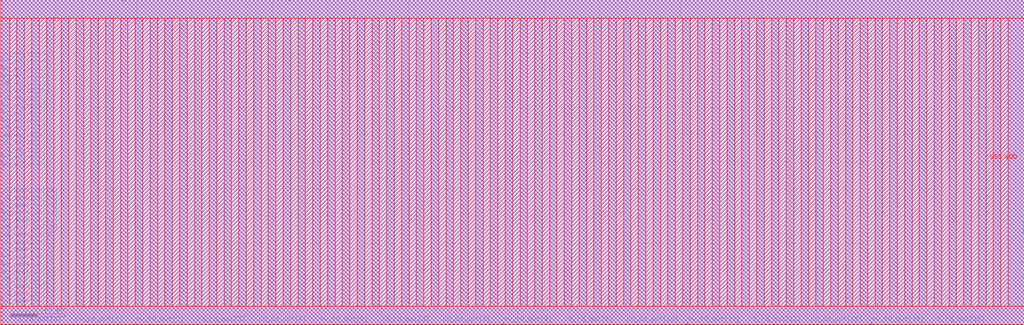
<source format=lef>
VERSION 5.7 ;
BUSBITCHARS "[]" ;
MACRO fakeram_16x52_1r1w
  FOREIGN fakeram_16x52_1r1w 0 0 ;
  SYMMETRY X Y R90 ;
  SIZE 376.280 BY 119.680 ;
  CLASS BLOCK ;
  PIN w0_mask_in[0]
    DIRECTION INPUT ;
    USE SIGNAL ;
    SHAPE ABUTMENT ;
    PORT
      LAYER met3 ;
      RECT 0.000 6.650 0.800 6.950 ;
    END
  END w0_mask_in[0]
  PIN w0_mask_in[1]
    DIRECTION INPUT ;
    USE SIGNAL ;
    SHAPE ABUTMENT ;
    PORT
      LAYER met3 ;
      RECT 0.000 9.370 0.800 9.670 ;
    END
  END w0_mask_in[1]
  PIN w0_mask_in[2]
    DIRECTION INPUT ;
    USE SIGNAL ;
    SHAPE ABUTMENT ;
    PORT
      LAYER met3 ;
      RECT 0.000 12.090 0.800 12.390 ;
    END
  END w0_mask_in[2]
  PIN w0_mask_in[3]
    DIRECTION INPUT ;
    USE SIGNAL ;
    SHAPE ABUTMENT ;
    PORT
      LAYER met3 ;
      RECT 0.000 14.810 0.800 15.110 ;
    END
  END w0_mask_in[3]
  PIN w0_mask_in[4]
    DIRECTION INPUT ;
    USE SIGNAL ;
    SHAPE ABUTMENT ;
    PORT
      LAYER met3 ;
      RECT 0.000 17.530 0.800 17.830 ;
    END
  END w0_mask_in[4]
  PIN w0_mask_in[5]
    DIRECTION INPUT ;
    USE SIGNAL ;
    SHAPE ABUTMENT ;
    PORT
      LAYER met3 ;
      RECT 0.000 20.250 0.800 20.550 ;
    END
  END w0_mask_in[5]
  PIN w0_mask_in[6]
    DIRECTION INPUT ;
    USE SIGNAL ;
    SHAPE ABUTMENT ;
    PORT
      LAYER met3 ;
      RECT 0.000 22.970 0.800 23.270 ;
    END
  END w0_mask_in[6]
  PIN w0_mask_in[7]
    DIRECTION INPUT ;
    USE SIGNAL ;
    SHAPE ABUTMENT ;
    PORT
      LAYER met3 ;
      RECT 0.000 25.690 0.800 25.990 ;
    END
  END w0_mask_in[7]
  PIN w0_mask_in[8]
    DIRECTION INPUT ;
    USE SIGNAL ;
    SHAPE ABUTMENT ;
    PORT
      LAYER met3 ;
      RECT 0.000 28.410 0.800 28.710 ;
    END
  END w0_mask_in[8]
  PIN w0_mask_in[9]
    DIRECTION INPUT ;
    USE SIGNAL ;
    SHAPE ABUTMENT ;
    PORT
      LAYER met3 ;
      RECT 0.000 31.130 0.800 31.430 ;
    END
  END w0_mask_in[9]
  PIN w0_mask_in[10]
    DIRECTION INPUT ;
    USE SIGNAL ;
    SHAPE ABUTMENT ;
    PORT
      LAYER met3 ;
      RECT 0.000 33.850 0.800 34.150 ;
    END
  END w0_mask_in[10]
  PIN w0_mask_in[11]
    DIRECTION INPUT ;
    USE SIGNAL ;
    SHAPE ABUTMENT ;
    PORT
      LAYER met3 ;
      RECT 0.000 36.570 0.800 36.870 ;
    END
  END w0_mask_in[11]
  PIN w0_mask_in[12]
    DIRECTION INPUT ;
    USE SIGNAL ;
    SHAPE ABUTMENT ;
    PORT
      LAYER met3 ;
      RECT 0.000 39.290 0.800 39.590 ;
    END
  END w0_mask_in[12]
  PIN w0_mask_in[13]
    DIRECTION INPUT ;
    USE SIGNAL ;
    SHAPE ABUTMENT ;
    PORT
      LAYER met3 ;
      RECT 0.000 42.010 0.800 42.310 ;
    END
  END w0_mask_in[13]
  PIN w0_mask_in[14]
    DIRECTION INPUT ;
    USE SIGNAL ;
    SHAPE ABUTMENT ;
    PORT
      LAYER met3 ;
      RECT 0.000 44.730 0.800 45.030 ;
    END
  END w0_mask_in[14]
  PIN w0_mask_in[15]
    DIRECTION INPUT ;
    USE SIGNAL ;
    SHAPE ABUTMENT ;
    PORT
      LAYER met3 ;
      RECT 0.000 47.450 0.800 47.750 ;
    END
  END w0_mask_in[15]
  PIN w0_wd_in[0]
    DIRECTION INPUT ;
    USE SIGNAL ;
    SHAPE ABUTMENT ;
    PORT
      LAYER met3 ;
      RECT 0.000 56.970 0.800 57.270 ;
    END
  END w0_wd_in[0]
  PIN w0_wd_in[1]
    DIRECTION INPUT ;
    USE SIGNAL ;
    SHAPE ABUTMENT ;
    PORT
      LAYER met3 ;
      RECT 0.000 59.690 0.800 59.990 ;
    END
  END w0_wd_in[1]
  PIN w0_wd_in[2]
    DIRECTION INPUT ;
    USE SIGNAL ;
    SHAPE ABUTMENT ;
    PORT
      LAYER met3 ;
      RECT 0.000 62.410 0.800 62.710 ;
    END
  END w0_wd_in[2]
  PIN w0_wd_in[3]
    DIRECTION INPUT ;
    USE SIGNAL ;
    SHAPE ABUTMENT ;
    PORT
      LAYER met3 ;
      RECT 0.000 65.130 0.800 65.430 ;
    END
  END w0_wd_in[3]
  PIN w0_wd_in[4]
    DIRECTION INPUT ;
    USE SIGNAL ;
    SHAPE ABUTMENT ;
    PORT
      LAYER met3 ;
      RECT 0.000 67.850 0.800 68.150 ;
    END
  END w0_wd_in[4]
  PIN w0_wd_in[5]
    DIRECTION INPUT ;
    USE SIGNAL ;
    SHAPE ABUTMENT ;
    PORT
      LAYER met3 ;
      RECT 0.000 70.570 0.800 70.870 ;
    END
  END w0_wd_in[5]
  PIN w0_wd_in[6]
    DIRECTION INPUT ;
    USE SIGNAL ;
    SHAPE ABUTMENT ;
    PORT
      LAYER met3 ;
      RECT 0.000 73.290 0.800 73.590 ;
    END
  END w0_wd_in[6]
  PIN w0_wd_in[7]
    DIRECTION INPUT ;
    USE SIGNAL ;
    SHAPE ABUTMENT ;
    PORT
      LAYER met3 ;
      RECT 0.000 76.010 0.800 76.310 ;
    END
  END w0_wd_in[7]
  PIN w0_wd_in[8]
    DIRECTION INPUT ;
    USE SIGNAL ;
    SHAPE ABUTMENT ;
    PORT
      LAYER met3 ;
      RECT 0.000 78.730 0.800 79.030 ;
    END
  END w0_wd_in[8]
  PIN w0_wd_in[9]
    DIRECTION INPUT ;
    USE SIGNAL ;
    SHAPE ABUTMENT ;
    PORT
      LAYER met3 ;
      RECT 0.000 81.450 0.800 81.750 ;
    END
  END w0_wd_in[9]
  PIN w0_wd_in[10]
    DIRECTION INPUT ;
    USE SIGNAL ;
    SHAPE ABUTMENT ;
    PORT
      LAYER met3 ;
      RECT 0.000 84.170 0.800 84.470 ;
    END
  END w0_wd_in[10]
  PIN w0_wd_in[11]
    DIRECTION INPUT ;
    USE SIGNAL ;
    SHAPE ABUTMENT ;
    PORT
      LAYER met3 ;
      RECT 0.000 86.890 0.800 87.190 ;
    END
  END w0_wd_in[11]
  PIN w0_wd_in[12]
    DIRECTION INPUT ;
    USE SIGNAL ;
    SHAPE ABUTMENT ;
    PORT
      LAYER met3 ;
      RECT 0.000 89.610 0.800 89.910 ;
    END
  END w0_wd_in[12]
  PIN w0_wd_in[13]
    DIRECTION INPUT ;
    USE SIGNAL ;
    SHAPE ABUTMENT ;
    PORT
      LAYER met3 ;
      RECT 0.000 92.330 0.800 92.630 ;
    END
  END w0_wd_in[13]
  PIN w0_wd_in[14]
    DIRECTION INPUT ;
    USE SIGNAL ;
    SHAPE ABUTMENT ;
    PORT
      LAYER met3 ;
      RECT 0.000 95.050 0.800 95.350 ;
    END
  END w0_wd_in[14]
  PIN w0_wd_in[15]
    DIRECTION INPUT ;
    USE SIGNAL ;
    SHAPE ABUTMENT ;
    PORT
      LAYER met3 ;
      RECT 0.000 97.770 0.800 98.070 ;
    END
  END w0_wd_in[15]
  PIN r0_rd_out[0]
    DIRECTION OUTPUT ;
    USE SIGNAL ;
    SHAPE ABUTMENT ;
    PORT
      LAYER met2 ;
      RECT 4.530 0.000 4.670 0.350 ;
    END
  END r0_rd_out[0]
  PIN r0_rd_out[1]
    DIRECTION OUTPUT ;
    USE SIGNAL ;
    SHAPE ABUTMENT ;
    PORT
      LAYER met2 ;
      RECT 27.070 0.000 27.210 0.350 ;
    END
  END r0_rd_out[1]
  PIN r0_rd_out[2]
    DIRECTION OUTPUT ;
    USE SIGNAL ;
    SHAPE ABUTMENT ;
    PORT
      LAYER met2 ;
      RECT 49.610 0.000 49.750 0.350 ;
    END
  END r0_rd_out[2]
  PIN r0_rd_out[3]
    DIRECTION OUTPUT ;
    USE SIGNAL ;
    SHAPE ABUTMENT ;
    PORT
      LAYER met2 ;
      RECT 72.150 0.000 72.290 0.350 ;
    END
  END r0_rd_out[3]
  PIN r0_rd_out[4]
    DIRECTION OUTPUT ;
    USE SIGNAL ;
    SHAPE ABUTMENT ;
    PORT
      LAYER met2 ;
      RECT 94.690 0.000 94.830 0.350 ;
    END
  END r0_rd_out[4]
  PIN r0_rd_out[5]
    DIRECTION OUTPUT ;
    USE SIGNAL ;
    SHAPE ABUTMENT ;
    PORT
      LAYER met2 ;
      RECT 117.230 0.000 117.370 0.350 ;
    END
  END r0_rd_out[5]
  PIN r0_rd_out[6]
    DIRECTION OUTPUT ;
    USE SIGNAL ;
    SHAPE ABUTMENT ;
    PORT
      LAYER met2 ;
      RECT 139.770 0.000 139.910 0.350 ;
    END
  END r0_rd_out[6]
  PIN r0_rd_out[7]
    DIRECTION OUTPUT ;
    USE SIGNAL ;
    SHAPE ABUTMENT ;
    PORT
      LAYER met2 ;
      RECT 162.310 0.000 162.450 0.350 ;
    END
  END r0_rd_out[7]
  PIN r0_rd_out[8]
    DIRECTION OUTPUT ;
    USE SIGNAL ;
    SHAPE ABUTMENT ;
    PORT
      LAYER met2 ;
      RECT 184.850 0.000 184.990 0.350 ;
    END
  END r0_rd_out[8]
  PIN r0_rd_out[9]
    DIRECTION OUTPUT ;
    USE SIGNAL ;
    SHAPE ABUTMENT ;
    PORT
      LAYER met2 ;
      RECT 207.390 0.000 207.530 0.350 ;
    END
  END r0_rd_out[9]
  PIN r0_rd_out[10]
    DIRECTION OUTPUT ;
    USE SIGNAL ;
    SHAPE ABUTMENT ;
    PORT
      LAYER met2 ;
      RECT 229.930 0.000 230.070 0.350 ;
    END
  END r0_rd_out[10]
  PIN r0_rd_out[11]
    DIRECTION OUTPUT ;
    USE SIGNAL ;
    SHAPE ABUTMENT ;
    PORT
      LAYER met2 ;
      RECT 252.470 0.000 252.610 0.350 ;
    END
  END r0_rd_out[11]
  PIN r0_rd_out[12]
    DIRECTION OUTPUT ;
    USE SIGNAL ;
    SHAPE ABUTMENT ;
    PORT
      LAYER met2 ;
      RECT 275.010 0.000 275.150 0.350 ;
    END
  END r0_rd_out[12]
  PIN r0_rd_out[13]
    DIRECTION OUTPUT ;
    USE SIGNAL ;
    SHAPE ABUTMENT ;
    PORT
      LAYER met2 ;
      RECT 297.550 0.000 297.690 0.350 ;
    END
  END r0_rd_out[13]
  PIN r0_rd_out[14]
    DIRECTION OUTPUT ;
    USE SIGNAL ;
    SHAPE ABUTMENT ;
    PORT
      LAYER met2 ;
      RECT 320.090 0.000 320.230 0.350 ;
    END
  END r0_rd_out[14]
  PIN r0_rd_out[15]
    DIRECTION OUTPUT ;
    USE SIGNAL ;
    SHAPE ABUTMENT ;
    PORT
      LAYER met2 ;
      RECT 342.630 0.000 342.770 0.350 ;
    END
  END r0_rd_out[15]
  PIN w0_addr_in[0]
    DIRECTION INPUT ;
    USE SIGNAL ;
    SHAPE ABUTMENT ;
    PORT
      LAYER met3 ;
      RECT 375.480 6.650 376.280 6.950 ;
    END
  END w0_addr_in[0]
  PIN w0_addr_in[1]
    DIRECTION INPUT ;
    USE SIGNAL ;
    SHAPE ABUTMENT ;
    PORT
      LAYER met3 ;
      RECT 375.480 12.090 376.280 12.390 ;
    END
  END w0_addr_in[1]
  PIN w0_addr_in[2]
    DIRECTION INPUT ;
    USE SIGNAL ;
    SHAPE ABUTMENT ;
    PORT
      LAYER met3 ;
      RECT 375.480 17.530 376.280 17.830 ;
    END
  END w0_addr_in[2]
  PIN w0_addr_in[3]
    DIRECTION INPUT ;
    USE SIGNAL ;
    SHAPE ABUTMENT ;
    PORT
      LAYER met3 ;
      RECT 375.480 22.970 376.280 23.270 ;
    END
  END w0_addr_in[3]
  PIN w0_addr_in[4]
    DIRECTION INPUT ;
    USE SIGNAL ;
    SHAPE ABUTMENT ;
    PORT
      LAYER met3 ;
      RECT 375.480 28.410 376.280 28.710 ;
    END
  END w0_addr_in[4]
  PIN w0_addr_in[5]
    DIRECTION INPUT ;
    USE SIGNAL ;
    SHAPE ABUTMENT ;
    PORT
      LAYER met3 ;
      RECT 375.480 33.850 376.280 34.150 ;
    END
  END w0_addr_in[5]
  PIN r0_addr_in[0]
    DIRECTION INPUT ;
    USE SIGNAL ;
    SHAPE ABUTMENT ;
    PORT
      LAYER met2 ;
      RECT 4.530 119.330 4.670 119.680 ;
    END
  END r0_addr_in[0]
  PIN r0_addr_in[1]
    DIRECTION INPUT ;
    USE SIGNAL ;
    SHAPE ABUTMENT ;
    PORT
      LAYER met2 ;
      RECT 24.770 119.330 24.910 119.680 ;
    END
  END r0_addr_in[1]
  PIN r0_addr_in[2]
    DIRECTION INPUT ;
    USE SIGNAL ;
    SHAPE ABUTMENT ;
    PORT
      LAYER met2 ;
      RECT 45.010 119.330 45.150 119.680 ;
    END
  END r0_addr_in[2]
  PIN r0_addr_in[3]
    DIRECTION INPUT ;
    USE SIGNAL ;
    SHAPE ABUTMENT ;
    PORT
      LAYER met2 ;
      RECT 65.250 119.330 65.390 119.680 ;
    END
  END r0_addr_in[3]
  PIN r0_addr_in[4]
    DIRECTION INPUT ;
    USE SIGNAL ;
    SHAPE ABUTMENT ;
    PORT
      LAYER met2 ;
      RECT 85.490 119.330 85.630 119.680 ;
    END
  END r0_addr_in[4]
  PIN r0_addr_in[5]
    DIRECTION INPUT ;
    USE SIGNAL ;
    SHAPE ABUTMENT ;
    PORT
      LAYER met2 ;
      RECT 105.730 119.330 105.870 119.680 ;
    END
  END r0_addr_in[5]
  PIN w0_we_in
    DIRECTION INPUT ;
    USE SIGNAL ;
    SHAPE ABUTMENT ;
    PORT
      LAYER met3 ;
      RECT 375.480 35.210 376.280 35.510 ;
    END
  END w0_we_in
  PIN w0_ce_in
    DIRECTION INPUT ;
    USE SIGNAL ;
    SHAPE ABUTMENT ;
    PORT
      LAYER met3 ;
      RECT 375.480 36.570 376.280 36.870 ;
    END
  END w0_ce_in
  PIN w0_clk
    DIRECTION INPUT ;
    USE SIGNAL ;
    SHAPE ABUTMENT ;
    PORT
      LAYER met3 ;
      RECT 375.480 37.930 376.280 38.230 ;
    END
  END w0_clk
  PIN r0_ce_in
    DIRECTION INPUT ;
    USE SIGNAL ;
    SHAPE ABUTMENT ;
    PORT
      LAYER met2 ;
      RECT 106.650 119.330 106.790 119.680 ;
    END
  END r0_ce_in
  PIN r0_clk
    DIRECTION INPUT ;
    USE SIGNAL ;
    SHAPE ABUTMENT ;
    PORT
      LAYER met2 ;
      RECT 107.570 119.330 107.710 119.680 ;
    END
  END r0_clk
  PIN VSS
    DIRECTION INOUT ;
    USE GROUND ;
    PORT
      LAYER met4 ;
      RECT 3.240 6.800 5.960 112.880 ;
      RECT 14.120 6.800 16.840 112.880 ;
      RECT 25.000 6.800 27.720 112.880 ;
      RECT 35.880 6.800 38.600 112.880 ;
      RECT 46.760 6.800 49.480 112.880 ;
      RECT 57.640 6.800 60.360 112.880 ;
      RECT 68.520 6.800 71.240 112.880 ;
      RECT 79.400 6.800 82.120 112.880 ;
      RECT 90.280 6.800 93.000 112.880 ;
      RECT 101.160 6.800 103.880 112.880 ;
      RECT 112.040 6.800 114.760 112.880 ;
      RECT 122.920 6.800 125.640 112.880 ;
      RECT 133.800 6.800 136.520 112.880 ;
      RECT 144.680 6.800 147.400 112.880 ;
      RECT 155.560 6.800 158.280 112.880 ;
      RECT 166.440 6.800 169.160 112.880 ;
      RECT 177.320 6.800 180.040 112.880 ;
      RECT 188.200 6.800 190.920 112.880 ;
      RECT 199.080 6.800 201.800 112.880 ;
      RECT 209.960 6.800 212.680 112.880 ;
      RECT 220.840 6.800 223.560 112.880 ;
      RECT 231.720 6.800 234.440 112.880 ;
      RECT 242.600 6.800 245.320 112.880 ;
      RECT 253.480 6.800 256.200 112.880 ;
      RECT 264.360 6.800 267.080 112.880 ;
      RECT 275.240 6.800 277.960 112.880 ;
      RECT 286.120 6.800 288.840 112.880 ;
      RECT 297.000 6.800 299.720 112.880 ;
      RECT 307.880 6.800 310.600 112.880 ;
      RECT 318.760 6.800 321.480 112.880 ;
      RECT 329.640 6.800 332.360 112.880 ;
      RECT 340.520 6.800 343.240 112.880 ;
      RECT 351.400 6.800 354.120 112.880 ;
      RECT 362.280 6.800 365.000 112.880 ;
    END
  END VSS
  PIN VDD
    DIRECTION INOUT ;
    USE POWER ;
    PORT
      LAYER met4 ;
      RECT 8.680 6.800 11.400 112.880 ;
      RECT 19.560 6.800 22.280 112.880 ;
      RECT 30.440 6.800 33.160 112.880 ;
      RECT 41.320 6.800 44.040 112.880 ;
      RECT 52.200 6.800 54.920 112.880 ;
      RECT 63.080 6.800 65.800 112.880 ;
      RECT 73.960 6.800 76.680 112.880 ;
      RECT 84.840 6.800 87.560 112.880 ;
      RECT 95.720 6.800 98.440 112.880 ;
      RECT 106.600 6.800 109.320 112.880 ;
      RECT 117.480 6.800 120.200 112.880 ;
      RECT 128.360 6.800 131.080 112.880 ;
      RECT 139.240 6.800 141.960 112.880 ;
      RECT 150.120 6.800 152.840 112.880 ;
      RECT 161.000 6.800 163.720 112.880 ;
      RECT 171.880 6.800 174.600 112.880 ;
      RECT 182.760 6.800 185.480 112.880 ;
      RECT 193.640 6.800 196.360 112.880 ;
      RECT 204.520 6.800 207.240 112.880 ;
      RECT 215.400 6.800 218.120 112.880 ;
      RECT 226.280 6.800 229.000 112.880 ;
      RECT 237.160 6.800 239.880 112.880 ;
      RECT 248.040 6.800 250.760 112.880 ;
      RECT 258.920 6.800 261.640 112.880 ;
      RECT 269.800 6.800 272.520 112.880 ;
      RECT 280.680 6.800 283.400 112.880 ;
      RECT 291.560 6.800 294.280 112.880 ;
      RECT 302.440 6.800 305.160 112.880 ;
      RECT 313.320 6.800 316.040 112.880 ;
      RECT 324.200 6.800 326.920 112.880 ;
      RECT 335.080 6.800 337.800 112.880 ;
      RECT 345.960 6.800 348.680 112.880 ;
      RECT 356.840 6.800 359.560 112.880 ;
      RECT 367.720 6.800 370.440 112.880 ;
    END
  END VDD
  OBS
    LAYER met1 ;
    RECT 0 0 376.280 119.680 ;
    LAYER met2 ;
    RECT 0 0 376.280 119.680 ;
    LAYER met3 ;
    RECT 0.800 0 376.280 119.680 ;
    LAYER met4 ;
    RECT 0 0 376.280 6.800 ;
    RECT 0 112.880 376.280 119.680 ;
    RECT 0.000 6.800 3.240 112.880 ;
    RECT 5.960 6.800 8.680 112.880 ;
    RECT 11.400 6.800 14.120 112.880 ;
    RECT 16.840 6.800 19.560 112.880 ;
    RECT 22.280 6.800 25.000 112.880 ;
    RECT 27.720 6.800 30.440 112.880 ;
    RECT 33.160 6.800 35.880 112.880 ;
    RECT 38.600 6.800 41.320 112.880 ;
    RECT 44.040 6.800 46.760 112.880 ;
    RECT 49.480 6.800 52.200 112.880 ;
    RECT 54.920 6.800 57.640 112.880 ;
    RECT 60.360 6.800 63.080 112.880 ;
    RECT 65.800 6.800 68.520 112.880 ;
    RECT 71.240 6.800 73.960 112.880 ;
    RECT 76.680 6.800 79.400 112.880 ;
    RECT 82.120 6.800 84.840 112.880 ;
    RECT 87.560 6.800 90.280 112.880 ;
    RECT 93.000 6.800 95.720 112.880 ;
    RECT 98.440 6.800 101.160 112.880 ;
    RECT 103.880 6.800 106.600 112.880 ;
    RECT 109.320 6.800 112.040 112.880 ;
    RECT 114.760 6.800 117.480 112.880 ;
    RECT 120.200 6.800 122.920 112.880 ;
    RECT 125.640 6.800 128.360 112.880 ;
    RECT 131.080 6.800 133.800 112.880 ;
    RECT 136.520 6.800 139.240 112.880 ;
    RECT 141.960 6.800 144.680 112.880 ;
    RECT 147.400 6.800 150.120 112.880 ;
    RECT 152.840 6.800 155.560 112.880 ;
    RECT 158.280 6.800 161.000 112.880 ;
    RECT 163.720 6.800 166.440 112.880 ;
    RECT 169.160 6.800 171.880 112.880 ;
    RECT 174.600 6.800 177.320 112.880 ;
    RECT 180.040 6.800 182.760 112.880 ;
    RECT 185.480 6.800 188.200 112.880 ;
    RECT 190.920 6.800 193.640 112.880 ;
    RECT 196.360 6.800 199.080 112.880 ;
    RECT 201.800 6.800 204.520 112.880 ;
    RECT 207.240 6.800 209.960 112.880 ;
    RECT 212.680 6.800 215.400 112.880 ;
    RECT 218.120 6.800 220.840 112.880 ;
    RECT 223.560 6.800 226.280 112.880 ;
    RECT 229.000 6.800 231.720 112.880 ;
    RECT 234.440 6.800 237.160 112.880 ;
    RECT 239.880 6.800 242.600 112.880 ;
    RECT 245.320 6.800 248.040 112.880 ;
    RECT 250.760 6.800 253.480 112.880 ;
    RECT 256.200 6.800 258.920 112.880 ;
    RECT 261.640 6.800 264.360 112.880 ;
    RECT 267.080 6.800 269.800 112.880 ;
    RECT 272.520 6.800 275.240 112.880 ;
    RECT 277.960 6.800 280.680 112.880 ;
    RECT 283.400 6.800 286.120 112.880 ;
    RECT 288.840 6.800 291.560 112.880 ;
    RECT 294.280 6.800 297.000 112.880 ;
    RECT 299.720 6.800 302.440 112.880 ;
    RECT 305.160 6.800 307.880 112.880 ;
    RECT 310.600 6.800 313.320 112.880 ;
    RECT 316.040 6.800 318.760 112.880 ;
    RECT 321.480 6.800 324.200 112.880 ;
    RECT 326.920 6.800 329.640 112.880 ;
    RECT 332.360 6.800 335.080 112.880 ;
    RECT 337.800 6.800 340.520 112.880 ;
    RECT 343.240 6.800 345.960 112.880 ;
    RECT 348.680 6.800 351.400 112.880 ;
    RECT 354.120 6.800 356.840 112.880 ;
    RECT 359.560 6.800 362.280 112.880 ;
    RECT 365.000 6.800 367.720 112.880 ;
    RECT 370.440 6.800 376.280 112.880 ;
    LAYER OVERLAP ;
    RECT 0 0 376.280 119.680 ;
  END
END fakeram_16x52_1r1w

END LIBRARY

</source>
